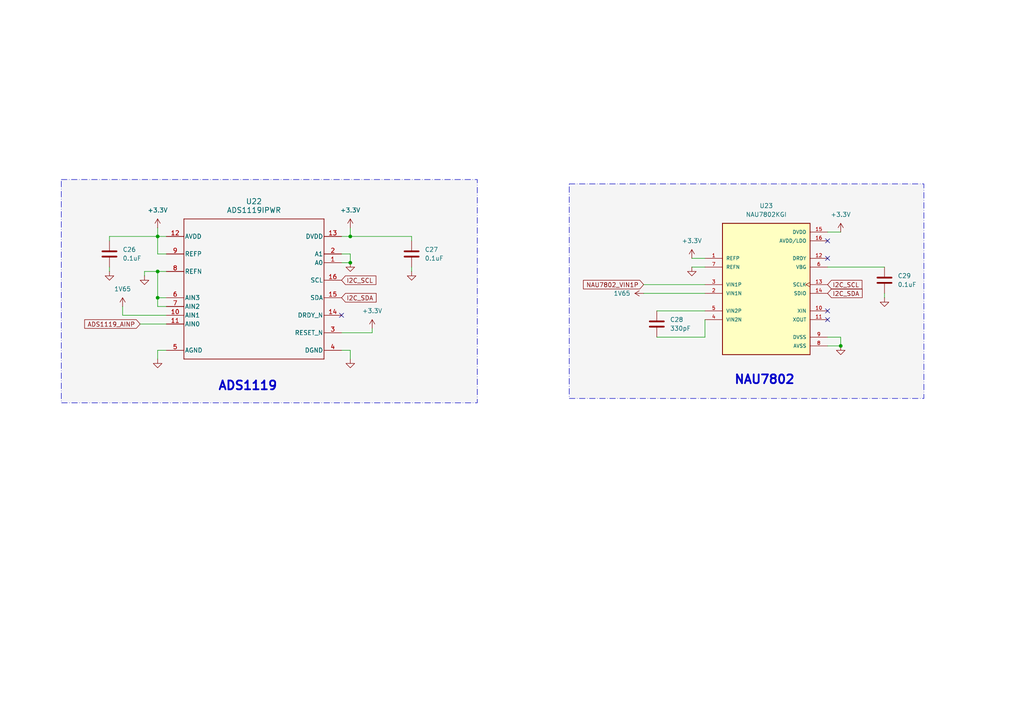
<source format=kicad_sch>
(kicad_sch (version 20250114) (generator "eeschema") (generator_version "9.0")
  (paper "A4")
  (lib_symbols
    (symbol "2025-05-08_10-08-43:ADS1119IPWR" (pin_names (offset 0.254))
      (property "Reference" "U" (at 0 2.54 0))
      (property "Value" "ADS1119IPWR" (at 0 0 0))
      (symbol "ADS1119IPWR_0_1"
        (polyline (pts (xy -20.32 20.32) (xy -20.32 -20.32)) (stroke (width 0.2032)))
        (polyline (pts (xy -20.32 -20.32) (xy 20.32 -20.32)) (stroke (width 0.2032)))
        (polyline (pts (xy 20.32 20.32) (xy -20.32 20.32)) (stroke (width 0.2032)))
        (polyline (pts (xy 20.32 -20.32) (xy 20.32 20.32)) (stroke (width 0.2032)))
        (pin power_in line (at -25.4 15.24 0) (length 5.08) (name "AVDD") (number "12"))
        (pin input line (at -25.4 10.16 0) (length 5.08) (name "REFP") (number "9"))
        (pin input line (at -25.4 5.08 0) (length 5.08) (name "REFN") (number "8"))
        (pin input line (at -25.4 -2.54 0) (length 5.08) (name "AIN3") (number "6"))
        (pin input line (at -25.4 -5.08 0) (length 5.08) (name "AIN2") (number "7"))
        (pin input line (at -25.4 -7.62 0) (length 5.08) (name "AIN1") (number "10"))
        (pin input line (at -25.4 -10.16 0) (length 5.08) (name "AIN0") (number "11"))
        (pin power_in line (at -25.4 -17.78 0) (length 5.08) (name "AGND") (number "5"))
        (pin power_in line (at 25.4 15.24 180) (length 5.08) (name "DVDD") (number "13"))
        (pin input line (at 25.4 10.16 180) (length 5.08) (name "A1") (number "2"))
        (pin input line (at 25.4 7.62 180) (length 5.08) (name "A0") (number "1"))
        (pin input line (at 25.4 2.54 180) (length 5.08) (name "SCL") (number "16"))
        (pin bidirectional line (at 25.4 -2.54 180) (length 5.08) (name "SDA") (number "15"))
        (pin output line (at 25.4 -7.62 180) (length 5.08) (name "DRDY_N") (number "14"))
        (pin input line (at 25.4 -12.7 180) (length 5.08) (name "RESET_N") (number "3"))
        (pin power_in line (at 25.4 -17.78 180) (length 5.08) (name "DGND") (number "4"))
      )
    )
    (symbol "Device:C" (pin_numbers (hide yes)) (pin_names (offset 0.254))
      (property "Reference" "C" (at 0.635 2.54 0))
      (property "Value" "C" (at 0.635 -2.54 0))
      (symbol "C_0_1"
        (polyline (pts (xy -2.032 0.762) (xy 2.032 0.762)) (stroke (width 0.508)))
        (polyline (pts (xy -2.032 -0.762) (xy 2.032 -0.762)) (stroke (width 0.508)))
      )
      (symbol "C_1_1"
        (pin passive line (at 0 3.81 270) (length 2.794) (name "~") (number "1"))
        (pin passive line (at 0 -3.81 90) (length 2.794) (name "~") (number "2"))
      )
    )
    (symbol "NAU7802KGI:NAU7802KGI" (pin_names (offset 1.016))
      (property "Reference" "U" (at -12.7 18.542 0))
      (property "Value" "NAU7802KGI" (at -12.7 -22.86 0))
      (symbol "NAU7802KGI_0_0"
        (rectangle (start -12.7 -20.32) (end 12.7 17.78) (stroke (width 0.254)) (fill (type background)))
        (pin input line (at -17.78 7.62 0) (length 5.08) (name "REFP") (number "1"))
        (pin input line (at -17.78 5.08 0) (length 5.08) (name "REFN") (number "7"))
        (pin input line (at -17.78 0 0) (length 5.08) (name "VIN1P") (number "3"))
        (pin input line (at -17.78 -2.54 0) (length 5.08) (name "VIN1N") (number "2"))
        (pin input line (at -17.78 -7.62 0) (length 5.08) (name "VIN2P") (number "5"))
        (pin input line (at -17.78 -10.16 0) (length 5.08) (name "VIN2N") (number "4"))
        (pin power_in line (at 17.78 15.24 180) (length 5.08) (name "DVDD") (number "15"))
        (pin power_in line (at 17.78 12.7 180) (length 5.08) (name "AVDD/LDO") (number "16"))
        (pin output line (at 17.78 7.62 180) (length 5.08) (name "DRDY") (number "12"))
        (pin output line (at 17.78 5.08 180) (length 5.08) (name "VBG") (number "6"))
        (pin input clock (at 17.78 0 180) (length 5.08) (name "SCLK") (number "13"))
        (pin bidirectional line (at 17.78 -2.54 180) (length 5.08) (name "SDIO") (number "14"))
        (pin input line (at 17.78 -7.62 180) (length 5.08) (name "XIN") (number "10"))
        (pin output line (at 17.78 -10.16 180) (length 5.08) (name "XOUT") (number "11"))
        (pin power_in line (at 17.78 -15.24 180) (length 5.08) (name "DVSS") (number "9"))
        (pin power_in line (at 17.78 -17.78 180) (length 5.08) (name "AVSS") (number "8"))
      )
    )
    (symbol "power:+10V" (power) (pin_numbers (hide yes)) (pin_names (offset 0) (hide yes))
      (property "Value" "+10V" (at 0 3.556 0))
      (symbol "+10V_0_1"
        (polyline (pts (xy -0.762 1.27) (xy 0 2.54)))
        (polyline (pts (xy 0 2.54) (xy 0.762 1.27)))
        (polyline (pts (xy 0 0) (xy 0 2.54)))
      )
      (symbol "+10V_1_1"
        (pin power_in line (at 0 0 90) (length 0) (name "~") (number "1"))
      )
    )
    (symbol "power:+3.3V" (power) (pin_numbers (hide yes)) (pin_names (offset 0) (hide yes))
      (property "Value" "+3.3V" (at 0 3.556 0))
      (symbol "+3.3V_0_1"
        (polyline (pts (xy -0.762 1.27) (xy 0 2.54)))
        (polyline (pts (xy 0 2.54) (xy 0.762 1.27)))
        (polyline (pts (xy 0 0) (xy 0 2.54)))
      )
      (symbol "+3.3V_1_1"
        (pin power_in line (at 0 0 90) (length 0) (name "~") (number "1"))
      )
    )
    (symbol "power:GND" (power) (pin_numbers (hide yes)) (pin_names (offset 0) (hide yes))
      (property "Value" "GND" (at 0 -3.81 0))
      (symbol "GND_0_1"
        (polyline (pts (xy 0 0) (xy 0 -1.27) (xy 1.27 -1.27) (xy 0 -2.54) (xy -1.27 -1.27) (xy 0 -1.27)))
      )
      (symbol "GND_1_1"
        (pin power_in line (at 0 0 270) (length 0) (name "~") (number "1"))
      )
    )
  )
  (rectangle (start 165.1 53.34) (end 267.97 115.57) (stroke (width 0) (type dash_dot)) (fill (type color) (color 0 0 0 0.04)))
  (rectangle (start 17.78 52.07) (end 138.43 116.84) (stroke (width 0) (type dash_dot)) (fill (type color) (color 0 0 0 0.04)))
  (text "NAU7802" (at 221.742 110.236 0) (effects (font (size 2.54 2.54) (thickness 0.508) (bold yes))))
  (text "ADS1119" (at 71.882 112.014 0) (effects (font (size 2.54 2.54) (thickness 0.508) (bold yes))))
  (junction (at 45.72 78.74))
  (junction (at 45.72 86.36))
  (junction (at 101.6 68.58))
  (junction (at 101.6 76.2))
  (junction (at 243.84 100.33))
  (junction (at 45.72 68.58))
  (no_connect (at 240.03 92.71))
  (no_connect (at 240.03 90.17))
  (no_connect (at 99.06 91.44))
  (no_connect (at 240.03 69.85))
  (no_connect (at 240.03 74.93))
  (wire (pts (xy 101.6 73.66) (xy 101.6 76.2)))
  (wire (pts (xy 107.95 96.52) (xy 107.95 95.25)))
  (wire (pts (xy 99.06 68.58) (xy 101.6 68.58)))
  (wire (pts (xy 31.75 68.58) (xy 45.72 68.58)))
  (wire (pts (xy 101.6 68.58) (xy 119.38 68.58)))
  (wire (pts (xy 48.26 73.66) (xy 45.72 73.66)))
  (wire (pts (xy 240.03 100.33) (xy 243.84 100.33)))
  (wire (pts (xy 45.72 68.58) (xy 45.72 73.66)))
  (wire (pts (xy 40.64 93.98) (xy 48.26 93.98)))
  (wire (pts (xy 190.5 90.17) (xy 204.47 90.17)))
  (wire (pts (xy 240.03 67.31) (xy 243.84 67.31)))
  (wire (pts (xy 190.5 97.79) (xy 204.47 97.79)))
  (wire (pts (xy 41.91 78.74) (xy 45.72 78.74)))
  (wire (pts (xy 240.03 77.47) (xy 256.54 77.47)))
  (wire (pts (xy 31.75 78.74) (xy 31.75 77.47)))
  (wire (pts (xy 243.84 97.79) (xy 243.84 100.33)))
  (wire (pts (xy 31.75 68.58) (xy 31.75 69.85)))
  (wire (pts (xy 35.56 91.44) (xy 48.26 91.44)))
  (wire (pts (xy 119.38 68.58) (xy 119.38 69.85)))
  (wire (pts (xy 99.06 101.6) (xy 101.6 101.6)))
  (wire (pts (xy 48.26 86.36) (xy 45.72 86.36)))
  (wire (pts (xy 186.69 85.09) (xy 204.47 85.09)))
  (wire (pts (xy 35.56 88.9) (xy 35.56 91.44)))
  (wire (pts (xy 45.72 78.74) (xy 48.26 78.74)))
  (wire (pts (xy 45.72 66.04) (xy 45.72 68.58)))
  (wire (pts (xy 204.47 92.71) (xy 204.47 97.79)))
  (wire (pts (xy 99.06 96.52) (xy 107.95 96.52)))
  (wire (pts (xy 99.06 76.2) (xy 101.6 76.2)))
  (wire (pts (xy 45.72 86.36) (xy 45.72 78.74)))
  (wire (pts (xy 48.26 88.9) (xy 45.72 88.9)))
  (wire (pts (xy 119.38 78.74) (xy 119.38 77.47)))
  (wire (pts (xy 45.72 104.14) (xy 45.72 101.6)))
  (wire (pts (xy 41.91 80.01) (xy 41.91 78.74)))
  (wire (pts (xy 45.72 88.9) (xy 45.72 86.36)))
  (wire (pts (xy 240.03 97.79) (xy 243.84 97.79)))
  (wire (pts (xy 45.72 68.58) (xy 48.26 68.58)))
  (wire (pts (xy 101.6 101.6) (xy 101.6 104.14)))
  (wire (pts (xy 45.72 101.6) (xy 48.26 101.6)))
  (wire (pts (xy 186.69 82.55) (xy 204.47 82.55)))
  (wire (pts (xy 200.66 77.47) (xy 204.47 77.47)))
  (wire (pts (xy 101.6 68.58) (xy 101.6 66.04)))
  (wire (pts (xy 99.06 73.66) (xy 101.6 73.66)))
  (wire (pts (xy 200.66 74.93) (xy 204.47 74.93)))
  (wire (pts (xy 256.54 85.09) (xy 256.54 86.36)))
  (global_label "I2C_SDA" (shape input) (at 99.06 86.36 0) (property "Intersheetrefs" "${INTERSHEET_REFS}" (effects (hide yes))))
  (global_label "ADS1119_AINP" (shape input) (at 40.64 93.98 180) (property "Intersheetrefs" "${INTERSHEET_REFS}" (effects (hide yes))))
  (global_label "I2C_SCL" (shape input) (at 240.03 82.55 0) (property "Intersheetrefs" "${INTERSHEET_REFS}" (effects (hide yes))))
  (global_label "I2C_SDA" (shape input) (at 240.03 85.09 0) (property "Intersheetrefs" "${INTERSHEET_REFS}" (effects (hide yes))))
  (global_label "I2C_SCL" (shape input) (at 99.06 81.28 0) (property "Intersheetrefs" "${INTERSHEET_REFS}" (effects (hide yes))))
  (global_label "NAU7802_VIN1P" (shape input) (at 186.69 82.55 180) (property "Intersheetrefs" "${INTERSHEET_REFS}" (effects (hide yes))))
  (symbol (lib_id "power:GND") (at 119.38 78.74 0) (unit 1)
    (property "Reference" "#PWR0133" (effects (hide yes)))
    (property "Value" "GND" (effects (hide yes)))
    (property "Description" "Power symbol creates a global label with name \"GND\" , ground" (effects (hide yes)))
    (instances (project "" (path "" (reference "#PWR0133") (unit 1))) (project "eaar-loggy-sensor-unit-v1" (path "" (reference "#PWR054") (unit 1))))
  )
  (symbol (lib_id "power:GND") (at 256.54 86.36 0) (unit 1)
    (property "Reference" "#PWR0130" (effects (hide yes)))
    (property "Value" "GND" (effects (hide yes)))
    (property "Description" "Power symbol creates a global label with name \"GND\" , ground" (effects (hide yes)))
    (instances (project "" (path "" (reference "#PWR0130") (unit 1))) (project "eaar-loggy-sensor-unit-v1" (path "" (reference "#PWR048") (unit 1))))
  )
  (symbol (lib_id "power:+3.3V") (at 101.6 66.04 0) (unit 1)
    (property "Reference" "#PWR0140" (effects (hide yes)))
    (property "Value" "+3.3V" (at 101.6 60.96 0))
    (property "Description" "Power symbol creates a global label with name \"+3.3V\"" (effects (hide yes)))
    (instances (project "" (path "" (reference "#PWR0140") (unit 1))) (project "eaar-loggy-sensor-unit-v1" (path "" (reference "#PWR028") (unit 1))))
  )
  (symbol (lib_id "power:GND") (at 200.66 77.47 0) (unit 1)
    (property "Reference" "#PWR0129" (effects (hide yes)))
    (property "Value" "GND" (effects (hide yes)))
    (property "Description" "Power symbol creates a global label with name \"GND\" , ground" (effects (hide yes)))
    (instances (project "" (path "" (reference "#PWR0129") (unit 1))) (project "eaar-loggy-sensor-unit-v1" (path "" (reference "#PWR045") (unit 1))))
  )
  (symbol (lib_id "power:GND") (at 31.75 78.74 0) (unit 1)
    (property "Reference" "#PWR0139" (effects (hide yes)))
    (property "Value" "GND" (effects (hide yes)))
    (property "Description" "Power symbol creates a global label with name \"GND\" , ground" (effects (hide yes)))
    (instances (project "" (path "" (reference "#PWR0139") (unit 1))) (project "eaar-loggy-sensor-unit-v1" (path "" (reference "#PWR053") (unit 1))))
  )
  (symbol (lib_id "Device:C") (at 119.38 73.66 0) (unit 1)
    (property "Reference" "C27" (at 123.19 72.3899 0) (effects (justify left)))
    (property "Value" "0.1uF" (at 123.19 74.9299 0) (effects (justify left)))
    (property "Footprint" "Capacitor_SMD:C_1206_3216Metric_Pad1.33x1.80mm_HandSolder" (effects (hide yes)))
    (property "Description" "Unpolarized capacitor" (effects (hide yes)))
    (instances (project "" (path "" (reference "C27") (unit 1))) (project "eaar-loggy-sensor-unit-v1" (path "" (reference "C24") (unit 1))))
  )
  (symbol (lib_id "power:+3.3V") (at 107.95 95.25 0) (unit 1)
    (property "Reference" "#PWR0136" (effects (hide yes)))
    (property "Value" "+3.3V" (at 107.95 90.17 0))
    (property "Description" "Power symbol creates a global label with name \"+3.3V\"" (effects (hide yes)))
    (instances (project "" (path "" (reference "#PWR0136") (unit 1))) (project "eaar-loggy-sensor-unit-v1" (path "" (reference "#PWR033") (unit 1))))
  )
  (symbol (lib_id "2025-05-08_10-08-43:ADS1119IPWR") (at 73.66 83.82 0) (unit 1)
    (property "Reference" "U22" (at 73.66 58.42 0) (effects (font (size 1.524 1.524))))
    (property "Value" "ADS1119IPWR" (at 73.66 60.96 0) (effects (font (size 1.524 1.524))))
    (property "Footprint" "kicad_footprint-library-engg3800-alvin:PW0016A_N" (effects (hide yes)))
    (property "Datasheet" "ADS1119IPWR" (effects (hide yes)))
    (instances (project "" (path "" (reference "U22") (unit 1))) (project "" (path "" (reference "U10") (unit 1))))
  )
  (symbol (lib_id "power:GND") (at 243.84 100.33 0) (unit 1)
    (property "Reference" "#PWR0132" (effects (hide yes)))
    (property "Value" "GND" (effects (hide yes)))
    (property "Description" "Power symbol creates a global label with name \"GND\" , ground" (effects (hide yes)))
    (instances (project "" (path "" (reference "#PWR0132") (unit 1))) (project "eaar-loggy-sensor-unit-v1" (path "" (reference "#PWR047") (unit 1))))
  )
  (symbol (lib_id "Device:C") (at 190.5 93.98 180) (unit 1)
    (property "Reference" "C28" (at 194.31 92.7099 0) (effects (justify right)))
    (property "Value" "330pF" (at 194.31 95.2499 0) (effects (justify right)))
    (property "Footprint" "Capacitor_SMD:C_0805_2012Metric_Pad1.18x1.45mm_HandSolder" (effects (hide yes)))
    (property "Description" "Unpolarized capacitor" (effects (hide yes)))
    (instances (project "" (path "" (reference "C28") (unit 1))) (project "eaar-loggy-sensor-unit-v1" (path "" (reference "C21") (unit 1))))
  )
  (symbol (lib_id "power:+3.3V") (at 45.72 66.04 0) (unit 1)
    (property "Reference" "#PWR0141" (effects (hide yes)))
    (property "Value" "+3.3V" (at 45.72 60.96 0))
    (property "Description" "Power symbol creates a global label with name \"+3.3V\"" (effects (hide yes)))
    (instances (project "" (path "" (reference "#PWR0141") (unit 1))) (project "" (path "" (reference "#PWR027") (unit 1))))
  )
  (symbol (lib_id "NAU7802KGI:NAU7802KGI") (at 222.25 82.55 0) (unit 1)
    (property "Reference" "U23" (at 222.25 59.69 0))
    (property "Value" "NAU7802KGI" (at 222.25 62.23 0))
    (property "Footprint" "Package_DIP:DIP-16_W7.62mm_LongPads" (effects (hide yes)))
    (property "MF" "Nuvoton Technology" (effects (hide yes)))
    (property "MAXIMUM_PACKAGE_HEIGHT" "5.334mm" (effects (hide yes)))
    (property "Package" "Package" (effects (hide yes)))
    (property "Price" "None" (effects (hide yes)))
    (property "Check_prices" "https://www.snapeda.com/parts/NAU7802KGI/Nuvoton/view-part/?ref=eda" (effects (hide yes)))
    (property "STANDARD" "IPC 7351B" (effects (hide yes)))
    (property "PARTREV" "2.6" (effects (hide yes)))
    (property "SnapEDA_Link" "https://www.snapeda.com/parts/NAU7802KGI/Nuvoton/view-part/?ref=snap" (effects (hide yes)))
    (property "MP" "NAU7802KGI" (effects (hide yes)))
    (property "Description_1" "24 Bit Analog to Digital Converter 2 Input 1 Sigma-Delta 16-PDIP" (effects (hide yes)))
    (property "Availability" "In Stock" (effects (hide yes)))
    (property "MANUFACTURER" "Nuvoton" (effects (hide yes)))
    (instances (project "" (path "" (reference "U23") (unit 1))) (project "eaar-loggy-sensor-unit-v1" (path "" (reference "U14") (unit 1))))
  )
  (symbol (lib_id "power:+3.3V") (at 200.66 74.93 0) (unit 1)
    (property "Reference" "#PWR0128" (effects (hide yes)))
    (property "Value" "+3.3V" (at 200.66 69.85 0))
    (property "Description" "Power symbol creates a global label with name \"+3.3V\"" (effects (hide yes)))
    (instances (project "" (path "" (reference "#PWR0128") (unit 1))) (project "eaar-loggy-sensor-unit-v1" (path "" (reference "#PWR044") (unit 1))))
  )
  (symbol (lib_id "power:GND") (at 41.91 80.01 0) (unit 1)
    (property "Reference" "#PWR0137" (effects (hide yes)))
    (property "Value" "GND" (effects (hide yes)))
    (property "Description" "Power symbol creates a global label with name \"GND\" , ground" (effects (hide yes)))
    (instances (project "" (path "" (reference "#PWR0137") (unit 1))) (project "eaar-loggy-sensor-unit-v1" (path "" (reference "#PWR051") (unit 1))))
  )
  (symbol (lib_id "power:+10V") (at 186.69 85.09 90) (unit 1)
    (property "Reference" "#PWR097" (effects (hide yes)))
    (property "Value" "1V65" (at 182.88 85.0899 90) (effects (justify left)))
    (property "Description" "Power symbol creates a global label with name \"+10V\"" (effects (hide yes)))
  )
  (symbol (lib_id "Device:C") (at 31.75 73.66 0) (unit 1)
    (property "Reference" "C26" (at 35.56 72.3899 0) (effects (justify left)))
    (property "Value" "0.1uF" (at 35.56 74.9299 0) (effects (justify left)))
    (property "Footprint" "Capacitor_SMD:C_1206_3216Metric_Pad1.33x1.80mm_HandSolder" (effects (hide yes)))
    (property "Description" "Unpolarized capacitor" (effects (hide yes)))
    (instances (project "" (path "" (reference "C26") (unit 1))) (project "eaar-loggy-sensor-unit-v1" (path "" (reference "C23") (unit 1))))
  )
  (symbol (lib_id "power:GND") (at 101.6 104.14 0) (unit 1)
    (property "Reference" "#PWR0134" (effects (hide yes)))
    (property "Value" "GND" (effects (hide yes)))
    (property "Description" "Power symbol creates a global label with name \"GND\" , ground" (effects (hide yes)))
    (instances (project "" (path "" (reference "#PWR0134") (unit 1))) (project "eaar-loggy-sensor-unit-v1" (path "" (reference "#PWR050") (unit 1))))
  )
  (symbol (lib_id "Device:C") (at 256.54 81.28 0) (unit 1)
    (property "Reference" "C29" (at 260.35 80.0099 0) (effects (justify left)))
    (property "Value" "0.1uF" (at 260.35 82.5499 0) (effects (justify left)))
    (property "Footprint" "Capacitor_SMD:C_1206_3216Metric_Pad1.33x1.80mm_HandSolder" (effects (hide yes)))
    (property "Description" "Unpolarized capacitor" (effects (hide yes)))
    (instances (project "" (path "" (reference "C29") (unit 1))) (project "eaar-loggy-sensor-unit-v1" (path "" (reference "C22") (unit 1))))
  )
  (symbol (lib_id "power:GND") (at 101.6 76.2 0) (unit 1)
    (property "Reference" "#PWR0135" (effects (hide yes)))
    (property "Value" "GND" (effects (hide yes)))
    (property "Description" "Power symbol creates a global label with name \"GND\" , ground" (effects (hide yes)))
    (instances (project "" (path "" (reference "#PWR0135") (unit 1))) (project "eaar-loggy-sensor-unit-v1" (path "" (reference "#PWR052") (unit 1))))
  )
  (symbol (lib_id "power:+3.3V") (at 243.84 67.31 0) (unit 1)
    (property "Reference" "#PWR0131" (effects (hide yes)))
    (property "Value" "+3.3V" (at 243.84 62.23 0))
    (property "Description" "Power symbol creates a global label with name \"+3.3V\"" (effects (hide yes)))
    (instances (project "" (path "" (reference "#PWR0131") (unit 1))) (project "eaar-loggy-sensor-unit-v1" (path "" (reference "#PWR046") (unit 1))))
  )
  (symbol (lib_id "power:GND") (at 45.72 104.14 0) (unit 1)
    (property "Reference" "#PWR0138" (effects (hide yes)))
    (property "Value" "GND" (effects (hide yes)))
    (property "Description" "Power symbol creates a global label with name \"GND\" , ground" (effects (hide yes)))
    (instances (project "" (path "" (reference "#PWR0138") (unit 1))) (project "eaar-loggy-sensor-unit-v1" (path "" (reference "#PWR049") (unit 1))))
  )
  (symbol (lib_id "power:+10V") (at 35.56 88.9 0) (unit 1)
    (property "Reference" "#PWR096" (effects (hide yes)))
    (property "Value" "1V65" (at 35.56 83.82 0))
    (property "Description" "Power symbol creates a global label with name \"+10V\"" (effects (hide yes)))
  )
)
</source>
